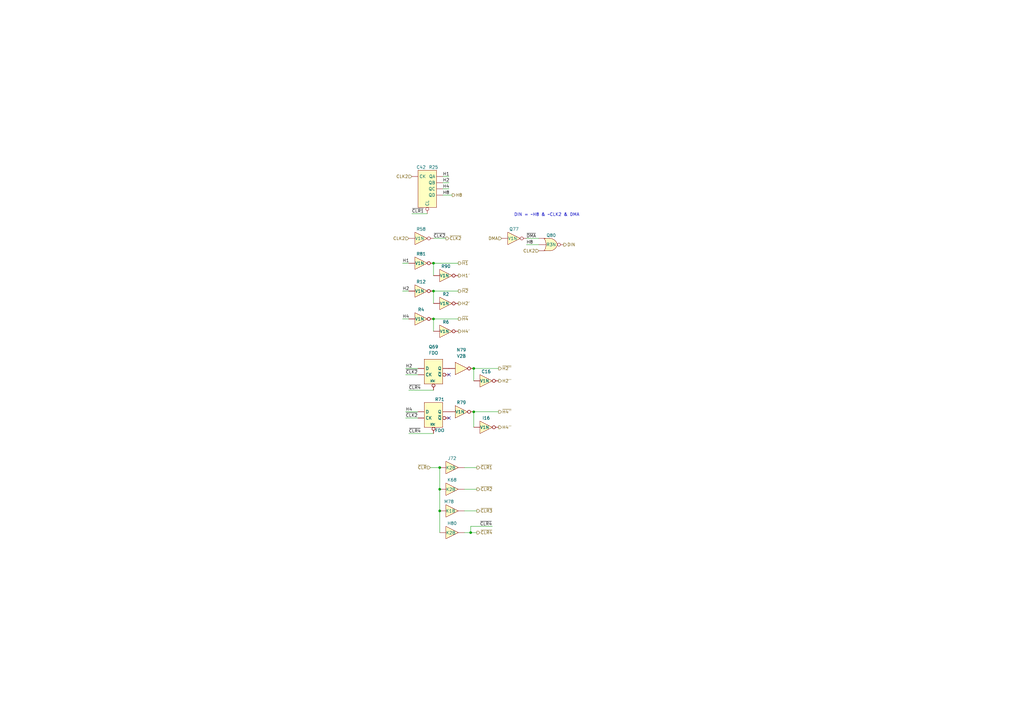
<source format=kicad_sch>
(kicad_sch (version 20230121) (generator eeschema)
  (paper "A3")
  (title_block (title "Konami 007784") (date "2023-10-23"))
  (lib_symbols
    (symbol "ga_fujitsu_av:C42"
      (property "Reference" "U" (at 2.54 8.89 0))
      (property "Value" "C42" (at -2.54 8.89 0))
      (symbol "C42_1_1"
        (rectangle (start -3.81 7.62) (end 3.81 -7.62) (fill (type background)))
        (pin input line (at -6.35 5.08 0) (length 2.54) (name "CK") (number ""))
        (pin input inverted (at 0 -10.16 90) (length 2.54) (name "CL") (number ""))
        (pin output line (at 6.35 5.08 180) (length 2.54) (name "QA") (number ""))
        (pin output line (at 6.35 2.54 180) (length 2.54) (name "QB") (number ""))
        (pin output line (at 6.35 0 180) (length 2.54) (name "QC") (number ""))
        (pin output line (at 6.35 -2.54 180) (length 2.54) (name "QD") (number ""))
      )
    )
    (symbol "ga_fujitsu_av:FDO"
      (property "Reference" "U" (at 2.54 6.35 0))
      (property "Value" "FDO" (at 2.54 -6.35 0))
      (symbol "FDO_1_1"
        (rectangle (start -3.81 5.08) (end 3.81 -5.08) (fill (type background)))
        (pin input line (at -6.35 -1.27 0) (length 2.54) (name "CK") (number ""))
        (pin input line (at -6.35 1.27 0) (length 2.54) (name "D") (number ""))
        (pin output line (at 6.35 1.27 180) (length 2.54) (name "Q") (number ""))
        (pin output inverted (at 6.35 -1.27 180) (length 2.54) (name "~{Q}") (number ""))
        (pin input inverted (at 0 -7.62 90) (length 2.54) (name "~{R}") (number ""))
      )
    )
    (symbol "ga_fujitsu_av:K1B"
      (property "Reference" "U" (at -1.27 3.81 0))
      (property "Value" "K1B" (at -0.6412 -0.0298 0))
      (symbol "K1B_1_1"
        (polyline (pts (xy -2.54 2.54) (xy -2.54 -2.54) (xy 2.54 0) (xy -2.54 2.54)) (fill (type background)))
        (pin input line (at -5.08 0 0) (length 2.54) (name "") (number ""))
        (pin output line (at 5.08 0 180) (length 2.54) (name "") (number ""))
      )
    )
    (symbol "ga_fujitsu_av:K2B"
      (property "Reference" "U" (at 0 3.81 0))
      (property "Value" "K2B" (at -0.5535 -0.0832 0))
      (symbol "K2B_1_1"
        (polyline (pts (xy -2.54 2.54) (xy -2.54 -2.54) (xy 2.54 0) (xy -2.54 2.54)) (fill (type background)))
        (pin input line (at -5.08 0 0) (length 2.54) (name "") (number ""))
        (pin output line (at 5.08 0 180) (length 2.54) (name "") (number ""))
      )
    )
    (symbol "ga_fujitsu_av:R3N"
      (property "Reference" "U" (at 0 3.81 0))
      (property "Value" "R3N" (at 0 0 0))
      (symbol "R3N_0_1"
        (polyline (pts (xy -2.286 0) (xy -2.159 0)))
      )
      (symbol "R3N_1_1"
        (arc (start -2.9127 -2.5398) (mid -2.0762 0.0001) (end -2.9129 2.54))
        (arc (start -0.635 -2.54) (mid 1.3992 -1.8283) (end 2.54 0) (fill (type background)))
        (polyline (pts (xy -0.635 -2.54) (xy -2.921 -2.54)) (fill (type outline)))
        (polyline (pts (xy -0.635 2.54) (xy -2.921 2.54)) (fill (type background)))
        (polyline (pts (xy -0.635 2.54) (xy -2.921 2.54) (xy -2.54 1.905) (xy -2.286 1.27) (xy -2.159 0.762) (xy -2.1082 0.4572) (xy -2.0828 0.1778) (xy -2.0828 -0.127) (xy -2.1336 -0.6604) (xy -2.2098 -1.016) (xy -2.3114 -1.3716) (xy -2.4384 -1.6764) (xy -2.6162 -2.0574) (xy -2.794 -2.3368) (xy -2.921 -2.54) (xy -0.635 -2.54)) (stroke (width -0.0001)) (fill (type background)))
        (arc (start 2.54 0) (mid 1.3994 1.8287) (end -0.635 2.54) (fill (type background)))
        (pin input line (at -5.08 -2.54 0) (length 2.794) (name "") (number ""))
        (pin input line (at -5.08 0 0) (length 2.794) (name "") (number ""))
        (pin input line (at -5.08 2.54 0) (length 2.794) (name "") (number ""))
        (pin output inverted (at 5.08 0 180) (length 2.54) (name "") (number ""))
      )
    )
    (symbol "ga_fujitsu_av:V1N"
      (property "Reference" "U" (at 0 2.54 0))
      (property "Value" "V1N" (at 0 -3.81 0))
      (symbol "V1N_1_1"
        (polyline (pts (xy -2.54 2.54) (xy -2.54 -2.54) (xy 2.54 0) (xy -2.54 2.54)) (fill (type background)))
        (pin input line (at -5.08 0 0) (length 2.54) (name "") (number ""))
        (pin output inverted (at 5.08 0 180) (length 2.54) (name "") (number ""))
      )
    )
    (symbol "ga_fujitsu_av:V2B"
      (property "Reference" "U" (at 0 3.81 0))
      (property "Value" "V2B" (at 1.27 6.35 0))
      (symbol "V2B_1_1"
        (polyline (pts (xy -2.54 2.54) (xy -2.54 -2.54) (xy 2.54 0) (xy -2.54 2.54)) (fill (type background)))
        (pin input line (at -5.08 0 0) (length 2.54) (name "") (number ""))
        (pin output inverted (at 5.08 0 180) (length 2.54) (name "") (number ""))
      )
    )
  )
  (junction (at 180.34 200.66))
  (junction (at 193.04 218.44))
  (junction (at 180.34 209.55))
  (junction (at 194.31 151.13))
  (junction (at 180.34 191.77))
  (junction (at 177.8 119.38))
  (junction (at 177.8 130.81))
  (junction (at 194.31 168.91))
  (junction (at 177.8 107.95))
  (no_connect (at 184.15 171.45))
  (no_connect (at 184.15 153.67))
  (wire (pts (xy 181.61 77.47) (xy 184.15 77.47)))
  (wire (pts (xy 176.53 191.77) (xy 180.34 191.77)))
  (wire (pts (xy 181.61 74.93) (xy 184.15 74.93)))
  (wire (pts (xy 165.1 130.81) (xy 167.64 130.81)))
  (wire (pts (xy 190.5 209.55) (xy 195.58 209.55)))
  (wire (pts (xy 194.31 151.13) (xy 204.47 151.13)))
  (wire (pts (xy 190.5 200.66) (xy 195.58 200.66)))
  (wire (pts (xy 201.93 215.9) (xy 193.04 215.9)))
  (wire (pts (xy 177.8 130.81) (xy 187.96 130.81)))
  (wire (pts (xy 168.91 87.63) (xy 175.26 87.63)))
  (wire (pts (xy 177.8 119.38) (xy 177.8 124.46)))
  (wire (pts (xy 177.8 113.03) (xy 177.8 107.95)))
  (wire (pts (xy 166.37 168.91) (xy 171.45 168.91)))
  (wire (pts (xy 180.34 209.55) (xy 180.34 218.44)))
  (wire (pts (xy 180.34 200.66) (xy 180.34 209.55)))
  (wire (pts (xy 165.1 107.95) (xy 167.64 107.95)))
  (wire (pts (xy 190.5 218.44) (xy 193.04 218.44)))
  (wire (pts (xy 180.34 191.77) (xy 180.34 200.66)))
  (wire (pts (xy 194.31 168.91) (xy 194.31 175.26)))
  (wire (pts (xy 181.61 80.01) (xy 185.42 80.01)))
  (wire (pts (xy 177.8 119.38) (xy 187.96 119.38)))
  (wire (pts (xy 165.1 119.38) (xy 167.64 119.38)))
  (wire (pts (xy 193.04 215.9) (xy 193.04 218.44)))
  (wire (pts (xy 177.8 135.89) (xy 177.8 130.81)))
  (wire (pts (xy 215.9 97.79) (xy 220.98 97.79)))
  (wire (pts (xy 177.8 107.95) (xy 187.96 107.95)))
  (wire (pts (xy 166.37 153.67) (xy 171.45 153.67)))
  (wire (pts (xy 166.37 171.45) (xy 171.45 171.45)))
  (wire (pts (xy 167.64 160.02) (xy 177.8 160.02)))
  (wire (pts (xy 215.9 100.33) (xy 220.98 100.33)))
  (wire (pts (xy 190.5 191.77) (xy 195.58 191.77)))
  (wire (pts (xy 193.04 218.44) (xy 195.58 218.44)))
  (wire (pts (xy 181.61 72.39) (xy 184.15 72.39)))
  (wire (pts (xy 167.64 177.8) (xy 177.8 177.8)))
  (wire (pts (xy 194.31 156.21) (xy 194.31 151.13)))
  (wire (pts (xy 177.8 97.79) (xy 182.88 97.79)))
  (wire (pts (xy 194.31 168.91) (xy 204.47 168.91)))
  (wire (pts (xy 166.37 151.13) (xy 171.45 151.13)))
  (text "DIN = ~H8 & ~CLK2 & DMA" (at 210.82 88.9 0) (effects (font (size 1.27 1.27)) (justify left bottom)))
  (label "H1" (at 165.1 107.95 0))
  (label "H1" (at 181.61 72.39 0))
  (label "H8" (at 181.61 80.01 0))
  (label "~{CLR4}" (at 196.85 215.9 0))
  (label "~{CLK2}" (at 177.8 97.79 0))
  (label "~{CLR4}" (at 167.64 177.8 0))
  (label "H2" (at 181.61 74.93 0))
  (label "~{CLR1}" (at 168.91 87.63 0))
  (label "H4" (at 181.61 77.47 0))
  (label "H4" (at 165.1 130.81 0))
  (label "~{DMA}" (at 215.9 97.79 0))
  (label "H2" (at 166.37 151.13 0))
  (label "~{CLK2}" (at 166.37 153.67 0))
  (label "H4" (at 166.37 168.91 0))
  (label "H2" (at 165.1 119.38 0))
  (label "~{CLR4}" (at 167.64 160.02 0))
  (label "~{CLK2}" (at 166.37 171.45 0))
  (label "H8" (at 215.9 100.33 0))
  (hierarchical_label "CLK2" (shape input) (at 220.98 102.87 180))
  (hierarchical_label "CLK2" (shape input) (at 168.91 72.39 180))
  (hierarchical_label "~{H2''}" (shape output) (at 204.47 151.13 0))
  (hierarchical_label "H1'" (shape output) (at 187.96 113.03 0))
  (hierarchical_label "DIN" (shape output) (at 231.14 100.33 0))
  (hierarchical_label "~{CLR}" (shape input) (at 176.53 191.77 180))
  (hierarchical_label "~{H2}" (shape output) (at 187.96 119.38 0))
  (hierarchical_label "~{CLR1}" (shape output) (at 195.58 191.77 0))
  (hierarchical_label "H8" (shape output) (at 185.42 80.01 0))
  (hierarchical_label "H2''" (shape output) (at 204.47 156.21 0))
  (hierarchical_label "H4'" (shape output) (at 187.96 135.89 0))
  (hierarchical_label "~{H4}" (shape output) (at 187.96 130.81 0))
  (hierarchical_label "CLK2" (shape input) (at 167.64 97.79 180))
  (hierarchical_label "H4''" (shape output) (at 204.47 175.26 0))
  (hierarchical_label "~{CLK2}" (shape output) (at 182.88 97.79 0))
  (hierarchical_label "~{CLR3}" (shape output) (at 195.58 209.55 0))
  (hierarchical_label "~{H1}" (shape output) (at 187.96 107.95 0))
  (hierarchical_label "DMA" (shape input) (at 205.74 97.79 180))
  (hierarchical_label "~{CLR4}" (shape output) (at 195.58 218.44 0))
  (hierarchical_label "~{H4''}" (shape output) (at 204.47 168.91 0))
  (hierarchical_label "H2'" (shape output) (at 187.96 124.46 0))
  (hierarchical_label "~{CLR2}" (shape output) (at 195.58 200.66 0))
  (symbol (lib_id "ga_fujitsu_av:V1N") (at 189.23 168.91 0) (unit 1)
    (property "Reference" "R79" (at 189.23 165.1 0))
    (property "Value" "V1N" (at 188.6009 168.9271 0))
  )
  (symbol (lib_id "ga_fujitsu_av:V1N") (at 182.88 113.03 0) (unit 1)
    (property "Reference" "R90" (at 182.88 109.22 0))
    (property "Value" "V1N" (at 182.2509 113.0471 0))
  )
  (symbol (lib_id "ga_fujitsu_av:C42") (at 175.26 77.47 0) (unit 1)
    (property "Reference" "R25" (at 177.8 68.58 0))
    (property "Value" "C42" (at 172.72 68.58 0))
  )
  (symbol (lib_id "ga_fujitsu_av:V1N") (at 172.72 97.79 0) (unit 1)
    (property "Reference" "R58" (at 172.72 93.98 0))
    (property "Value" "V1N" (at 172.0909 97.8071 0))
  )
  (symbol (lib_id "ga_fujitsu_av:FDO") (at 177.8 170.18 0) (unit 1)
    (property "Reference" "R71" (at 180.34 163.83 0))
    (property "Value" "FDO" (at 180.34 176.53 0))
  )
  (symbol (lib_id "ga_fujitsu_av:R3N") (at 226.06 100.33 0) (unit 1)
    (property "Reference" "Q80" (at 226.06 96.52 0))
    (property "Value" "R3N" (at 226.06 100.33 0))
  )
  (symbol (lib_id "ga_fujitsu_av:V1N") (at 182.88 124.46 0) (unit 1)
    (property "Reference" "R2" (at 182.88 120.65 0))
    (property "Value" "V1N" (at 182.2509 124.4771 0))
  )
  (symbol (lib_id "ga_fujitsu_av:FDO") (at 177.8 152.4 0) (unit 1)
    (property "Reference" "Q69" (at 177.8 142.24 0))
    (property "Value" "FDO" (at 177.8 144.78 0))
  )
  (symbol (lib_id "ga_fujitsu_av:V1N") (at 172.72 107.95 0) (unit 1)
    (property "Reference" "R81" (at 172.72 104.14 0))
    (property "Value" "V1N" (at 172.0909 107.9671 0))
  )
  (symbol (lib_id "ga_fujitsu_av:K2B") (at 185.42 218.44 0) (unit 1)
    (property "Reference" "H80" (at 185.42 214.63 0))
    (property "Value" "K2B" (at 184.8665 218.5232 0))
  )
  (symbol (lib_id "ga_fujitsu_av:V1N") (at 182.88 135.89 0) (unit 1)
    (property "Reference" "R6" (at 182.88 132.08 0))
    (property "Value" "V1N" (at 182.2509 135.9071 0))
  )
  (symbol (lib_id "ga_fujitsu_av:V1N") (at 210.82 97.79 0) (unit 1)
    (property "Reference" "Q77" (at 210.82 93.98 0))
    (property "Value" "V1N" (at 210.1909 97.8071 0))
  )
  (symbol (lib_id "ga_fujitsu_av:K2B") (at 185.42 200.66 0) (unit 1)
    (property "Reference" "K68" (at 185.42 196.85 0))
    (property "Value" "K2B" (at 184.8665 200.7432 0))
  )
  (symbol (lib_id "ga_fujitsu_av:V2B") (at 189.23 151.13 0) (unit 1)
    (property "Reference" "N79" (at 189.23 143.51 0))
    (property "Value" "V2B" (at 189.23 146.05 0))
  )
  (symbol (lib_id "ga_fujitsu_av:V1N") (at 172.72 119.38 0) (unit 1)
    (property "Reference" "R12" (at 172.72 115.57 0))
    (property "Value" "V1N" (at 172.0909 119.3971 0))
  )
  (symbol (lib_id "ga_fujitsu_av:V1N") (at 199.39 175.26 0) (unit 1)
    (property "Reference" "I16" (at 199.39 171.45 0))
    (property "Value" "V1N" (at 198.7609 175.2771 0))
  )
  (symbol (lib_id "ga_fujitsu_av:V1N") (at 199.39 156.21 0) (unit 1)
    (property "Reference" "C16" (at 199.39 152.4 0))
    (property "Value" "V1N" (at 198.7609 156.2271 0))
  )
  (symbol (lib_id "ga_fujitsu_av:K1B") (at 185.42 209.55 0) (unit 1)
    (property "Reference" "M78" (at 184.15 205.74 0))
    (property "Value" "K1B" (at 184.7788 209.5798 0))
  )
  (symbol (lib_id "ga_fujitsu_av:V1N") (at 172.72 130.81 0) (unit 1)
    (property "Reference" "R4" (at 172.72 127 0))
    (property "Value" "V1N" (at 172.0909 130.8271 0))
  )
  (symbol (lib_id "ga_fujitsu_av:K2B") (at 185.42 191.77 0) (unit 1)
    (property "Reference" "J72" (at 185.42 187.96 0))
    (property "Value" "K2B" (at 184.8665 191.8532 0))
  )
)
</source>
